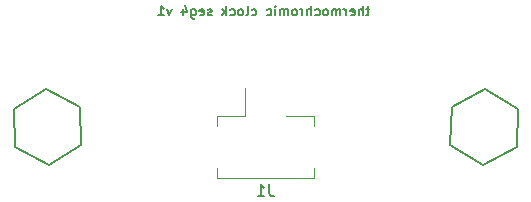
<source format=gbr>
G04 #@! TF.GenerationSoftware,KiCad,Pcbnew,(5.1.5)-3*
G04 #@! TF.CreationDate,2021-10-24T21:59:30+02:00*
G04 #@! TF.ProjectId,seg4,73656734-2e6b-4696-9361-645f70636258,1*
G04 #@! TF.SameCoordinates,Original*
G04 #@! TF.FileFunction,Legend,Bot*
G04 #@! TF.FilePolarity,Positive*
%FSLAX46Y46*%
G04 Gerber Fmt 4.6, Leading zero omitted, Abs format (unit mm)*
G04 Created by KiCad (PCBNEW (5.1.5)-3) date 2021-10-24 21:59:30*
%MOMM*%
%LPD*%
G04 APERTURE LIST*
%ADD10C,0.150000*%
%ADD11C,0.200000*%
%ADD12C,0.120000*%
%ADD13C,0.152400*%
%ADD14C,0.700000*%
G04 APERTURE END LIST*
D10*
X149306428Y-78949571D02*
X149001666Y-78949571D01*
X149192142Y-78682904D02*
X149192142Y-79368619D01*
X149154047Y-79444809D01*
X149077857Y-79482904D01*
X149001666Y-79482904D01*
X148735000Y-79482904D02*
X148735000Y-78682904D01*
X148392142Y-79482904D02*
X148392142Y-79063857D01*
X148430238Y-78987666D01*
X148506428Y-78949571D01*
X148620714Y-78949571D01*
X148696904Y-78987666D01*
X148735000Y-79025761D01*
X147706428Y-79444809D02*
X147782619Y-79482904D01*
X147935000Y-79482904D01*
X148011190Y-79444809D01*
X148049285Y-79368619D01*
X148049285Y-79063857D01*
X148011190Y-78987666D01*
X147935000Y-78949571D01*
X147782619Y-78949571D01*
X147706428Y-78987666D01*
X147668333Y-79063857D01*
X147668333Y-79140047D01*
X148049285Y-79216238D01*
X147325476Y-79482904D02*
X147325476Y-78949571D01*
X147325476Y-79101952D02*
X147287380Y-79025761D01*
X147249285Y-78987666D01*
X147173095Y-78949571D01*
X147096904Y-78949571D01*
X146830238Y-79482904D02*
X146830238Y-78949571D01*
X146830238Y-79025761D02*
X146792142Y-78987666D01*
X146715952Y-78949571D01*
X146601666Y-78949571D01*
X146525476Y-78987666D01*
X146487380Y-79063857D01*
X146487380Y-79482904D01*
X146487380Y-79063857D02*
X146449285Y-78987666D01*
X146373095Y-78949571D01*
X146258809Y-78949571D01*
X146182619Y-78987666D01*
X146144523Y-79063857D01*
X146144523Y-79482904D01*
X145649285Y-79482904D02*
X145725476Y-79444809D01*
X145763571Y-79406714D01*
X145801666Y-79330523D01*
X145801666Y-79101952D01*
X145763571Y-79025761D01*
X145725476Y-78987666D01*
X145649285Y-78949571D01*
X145535000Y-78949571D01*
X145458809Y-78987666D01*
X145420714Y-79025761D01*
X145382619Y-79101952D01*
X145382619Y-79330523D01*
X145420714Y-79406714D01*
X145458809Y-79444809D01*
X145535000Y-79482904D01*
X145649285Y-79482904D01*
X144696904Y-79444809D02*
X144773095Y-79482904D01*
X144925476Y-79482904D01*
X145001666Y-79444809D01*
X145039761Y-79406714D01*
X145077857Y-79330523D01*
X145077857Y-79101952D01*
X145039761Y-79025761D01*
X145001666Y-78987666D01*
X144925476Y-78949571D01*
X144773095Y-78949571D01*
X144696904Y-78987666D01*
X144354047Y-79482904D02*
X144354047Y-78682904D01*
X144011190Y-79482904D02*
X144011190Y-79063857D01*
X144049285Y-78987666D01*
X144125476Y-78949571D01*
X144239761Y-78949571D01*
X144315952Y-78987666D01*
X144354047Y-79025761D01*
X143630238Y-79482904D02*
X143630238Y-78949571D01*
X143630238Y-79101952D02*
X143592142Y-79025761D01*
X143554047Y-78987666D01*
X143477857Y-78949571D01*
X143401666Y-78949571D01*
X143020714Y-79482904D02*
X143096904Y-79444809D01*
X143135000Y-79406714D01*
X143173095Y-79330523D01*
X143173095Y-79101952D01*
X143135000Y-79025761D01*
X143096904Y-78987666D01*
X143020714Y-78949571D01*
X142906428Y-78949571D01*
X142830238Y-78987666D01*
X142792142Y-79025761D01*
X142754047Y-79101952D01*
X142754047Y-79330523D01*
X142792142Y-79406714D01*
X142830238Y-79444809D01*
X142906428Y-79482904D01*
X143020714Y-79482904D01*
X142411190Y-79482904D02*
X142411190Y-78949571D01*
X142411190Y-79025761D02*
X142373095Y-78987666D01*
X142296904Y-78949571D01*
X142182619Y-78949571D01*
X142106428Y-78987666D01*
X142068333Y-79063857D01*
X142068333Y-79482904D01*
X142068333Y-79063857D02*
X142030238Y-78987666D01*
X141954047Y-78949571D01*
X141839761Y-78949571D01*
X141763571Y-78987666D01*
X141725476Y-79063857D01*
X141725476Y-79482904D01*
X141344523Y-79482904D02*
X141344523Y-78949571D01*
X141344523Y-78682904D02*
X141382619Y-78721000D01*
X141344523Y-78759095D01*
X141306428Y-78721000D01*
X141344523Y-78682904D01*
X141344523Y-78759095D01*
X140620714Y-79444809D02*
X140696904Y-79482904D01*
X140849285Y-79482904D01*
X140925476Y-79444809D01*
X140963571Y-79406714D01*
X141001666Y-79330523D01*
X141001666Y-79101952D01*
X140963571Y-79025761D01*
X140925476Y-78987666D01*
X140849285Y-78949571D01*
X140696904Y-78949571D01*
X140620714Y-78987666D01*
X139325476Y-79444809D02*
X139401666Y-79482904D01*
X139554047Y-79482904D01*
X139630238Y-79444809D01*
X139668333Y-79406714D01*
X139706428Y-79330523D01*
X139706428Y-79101952D01*
X139668333Y-79025761D01*
X139630238Y-78987666D01*
X139554047Y-78949571D01*
X139401666Y-78949571D01*
X139325476Y-78987666D01*
X138868333Y-79482904D02*
X138944523Y-79444809D01*
X138982619Y-79368619D01*
X138982619Y-78682904D01*
X138449285Y-79482904D02*
X138525476Y-79444809D01*
X138563571Y-79406714D01*
X138601666Y-79330523D01*
X138601666Y-79101952D01*
X138563571Y-79025761D01*
X138525476Y-78987666D01*
X138449285Y-78949571D01*
X138335000Y-78949571D01*
X138258809Y-78987666D01*
X138220714Y-79025761D01*
X138182619Y-79101952D01*
X138182619Y-79330523D01*
X138220714Y-79406714D01*
X138258809Y-79444809D01*
X138335000Y-79482904D01*
X138449285Y-79482904D01*
X137496904Y-79444809D02*
X137573095Y-79482904D01*
X137725476Y-79482904D01*
X137801666Y-79444809D01*
X137839761Y-79406714D01*
X137877857Y-79330523D01*
X137877857Y-79101952D01*
X137839761Y-79025761D01*
X137801666Y-78987666D01*
X137725476Y-78949571D01*
X137573095Y-78949571D01*
X137496904Y-78987666D01*
X137154047Y-79482904D02*
X137154047Y-78682904D01*
X137077857Y-79178142D02*
X136849285Y-79482904D01*
X136849285Y-78949571D02*
X137154047Y-79254333D01*
X135935000Y-79444809D02*
X135858809Y-79482904D01*
X135706428Y-79482904D01*
X135630238Y-79444809D01*
X135592142Y-79368619D01*
X135592142Y-79330523D01*
X135630238Y-79254333D01*
X135706428Y-79216238D01*
X135820714Y-79216238D01*
X135896904Y-79178142D01*
X135935000Y-79101952D01*
X135935000Y-79063857D01*
X135896904Y-78987666D01*
X135820714Y-78949571D01*
X135706428Y-78949571D01*
X135630238Y-78987666D01*
X134944523Y-79444809D02*
X135020714Y-79482904D01*
X135173095Y-79482904D01*
X135249285Y-79444809D01*
X135287380Y-79368619D01*
X135287380Y-79063857D01*
X135249285Y-78987666D01*
X135173095Y-78949571D01*
X135020714Y-78949571D01*
X134944523Y-78987666D01*
X134906428Y-79063857D01*
X134906428Y-79140047D01*
X135287380Y-79216238D01*
X134220714Y-78949571D02*
X134220714Y-79597190D01*
X134258809Y-79673380D01*
X134296904Y-79711476D01*
X134373095Y-79749571D01*
X134487380Y-79749571D01*
X134563571Y-79711476D01*
X134220714Y-79444809D02*
X134296904Y-79482904D01*
X134449285Y-79482904D01*
X134525476Y-79444809D01*
X134563571Y-79406714D01*
X134601666Y-79330523D01*
X134601666Y-79101952D01*
X134563571Y-79025761D01*
X134525476Y-78987666D01*
X134449285Y-78949571D01*
X134296904Y-78949571D01*
X134220714Y-78987666D01*
X133496904Y-78949571D02*
X133496904Y-79482904D01*
X133687380Y-78644809D02*
X133877857Y-79216238D01*
X133382619Y-79216238D01*
X132544523Y-78949571D02*
X132354047Y-79482904D01*
X132163571Y-78949571D01*
X131439761Y-79482904D02*
X131896904Y-79482904D01*
X131668333Y-79482904D02*
X131668333Y-78682904D01*
X131744523Y-78797190D01*
X131820714Y-78873380D01*
X131896904Y-78911476D01*
D11*
X161756325Y-90654200D02*
X161859902Y-87422698D01*
X156262776Y-87243298D02*
X156159200Y-90474800D01*
X158905974Y-92180251D02*
X161756325Y-90654200D01*
X121941837Y-85717247D02*
X124792188Y-87243298D01*
X119195063Y-87422698D02*
X121941837Y-85717247D01*
X161859902Y-87422698D02*
X159113128Y-85717247D01*
X124895765Y-90474800D02*
X122148991Y-92180251D01*
X124792188Y-87243298D02*
X124895765Y-90474800D01*
X122148991Y-92180251D02*
X119298640Y-90654200D01*
X159113128Y-85717247D02*
X156262776Y-87243298D01*
X119298640Y-90654200D02*
X119195063Y-87422698D01*
X156159200Y-90474800D02*
X158905974Y-92180251D01*
D12*
X144585000Y-93260000D02*
X144585000Y-92410000D01*
X136415000Y-93260000D02*
X144585000Y-93260000D01*
X136415000Y-92410000D02*
X136415000Y-93260000D01*
X144585000Y-88040000D02*
X142260000Y-88040000D01*
X144585000Y-88890000D02*
X144585000Y-88040000D01*
X138740000Y-88040000D02*
X138740000Y-85650000D01*
X136415000Y-88040000D02*
X138740000Y-88040000D01*
X136415000Y-88890000D02*
X136415000Y-88040000D01*
D10*
X140833333Y-93802380D02*
X140833333Y-94516666D01*
X140880952Y-94659523D01*
X140976190Y-94754761D01*
X141119047Y-94802380D01*
X141214285Y-94802380D01*
X139833333Y-94802380D02*
X140404761Y-94802380D01*
X140119047Y-94802380D02*
X140119047Y-93802380D01*
X140214285Y-93945238D01*
X140309523Y-94040476D01*
X140404761Y-94088095D01*
%LPC*%
D13*
G36*
X144474504Y-89151204D02*
G01*
X144498773Y-89154804D01*
X144522571Y-89160765D01*
X144545671Y-89169030D01*
X144567849Y-89179520D01*
X144588893Y-89192133D01*
X144608598Y-89206747D01*
X144626777Y-89223223D01*
X144643253Y-89241402D01*
X144657867Y-89261107D01*
X144670480Y-89282151D01*
X144680970Y-89304329D01*
X144689235Y-89327429D01*
X144695196Y-89351227D01*
X144698796Y-89375496D01*
X144700000Y-89400000D01*
X144700000Y-91900000D01*
X144698796Y-91924504D01*
X144695196Y-91948773D01*
X144689235Y-91972571D01*
X144680970Y-91995671D01*
X144670480Y-92017849D01*
X144657867Y-92038893D01*
X144643253Y-92058598D01*
X144626777Y-92076777D01*
X144608598Y-92093253D01*
X144588893Y-92107867D01*
X144567849Y-92120480D01*
X144545671Y-92130970D01*
X144522571Y-92139235D01*
X144498773Y-92145196D01*
X144474504Y-92148796D01*
X144450000Y-92150000D01*
X143350000Y-92150000D01*
X143325496Y-92148796D01*
X143301227Y-92145196D01*
X143277429Y-92139235D01*
X143254329Y-92130970D01*
X143232151Y-92120480D01*
X143211107Y-92107867D01*
X143191402Y-92093253D01*
X143173223Y-92076777D01*
X143156747Y-92058598D01*
X143142133Y-92038893D01*
X143129520Y-92017849D01*
X143119030Y-91995671D01*
X143110765Y-91972571D01*
X143104804Y-91948773D01*
X143101204Y-91924504D01*
X143100000Y-91900000D01*
X143100000Y-89400000D01*
X143101204Y-89375496D01*
X143104804Y-89351227D01*
X143110765Y-89327429D01*
X143119030Y-89304329D01*
X143129520Y-89282151D01*
X143142133Y-89261107D01*
X143156747Y-89241402D01*
X143173223Y-89223223D01*
X143191402Y-89206747D01*
X143211107Y-89192133D01*
X143232151Y-89179520D01*
X143254329Y-89169030D01*
X143277429Y-89160765D01*
X143301227Y-89154804D01*
X143325496Y-89151204D01*
X143350000Y-89150000D01*
X144450000Y-89150000D01*
X144474504Y-89151204D01*
G37*
G36*
X137674504Y-89151204D02*
G01*
X137698773Y-89154804D01*
X137722571Y-89160765D01*
X137745671Y-89169030D01*
X137767849Y-89179520D01*
X137788893Y-89192133D01*
X137808598Y-89206747D01*
X137826777Y-89223223D01*
X137843253Y-89241402D01*
X137857867Y-89261107D01*
X137870480Y-89282151D01*
X137880970Y-89304329D01*
X137889235Y-89327429D01*
X137895196Y-89351227D01*
X137898796Y-89375496D01*
X137900000Y-89400000D01*
X137900000Y-91900000D01*
X137898796Y-91924504D01*
X137895196Y-91948773D01*
X137889235Y-91972571D01*
X137880970Y-91995671D01*
X137870480Y-92017849D01*
X137857867Y-92038893D01*
X137843253Y-92058598D01*
X137826777Y-92076777D01*
X137808598Y-92093253D01*
X137788893Y-92107867D01*
X137767849Y-92120480D01*
X137745671Y-92130970D01*
X137722571Y-92139235D01*
X137698773Y-92145196D01*
X137674504Y-92148796D01*
X137650000Y-92150000D01*
X136550000Y-92150000D01*
X136525496Y-92148796D01*
X136501227Y-92145196D01*
X136477429Y-92139235D01*
X136454329Y-92130970D01*
X136432151Y-92120480D01*
X136411107Y-92107867D01*
X136391402Y-92093253D01*
X136373223Y-92076777D01*
X136356747Y-92058598D01*
X136342133Y-92038893D01*
X136329520Y-92017849D01*
X136319030Y-91995671D01*
X136310765Y-91972571D01*
X136304804Y-91948773D01*
X136301204Y-91924504D01*
X136300000Y-91900000D01*
X136300000Y-89400000D01*
X136301204Y-89375496D01*
X136304804Y-89351227D01*
X136310765Y-89327429D01*
X136319030Y-89304329D01*
X136329520Y-89282151D01*
X136342133Y-89261107D01*
X136356747Y-89241402D01*
X136373223Y-89223223D01*
X136391402Y-89206747D01*
X136411107Y-89192133D01*
X136432151Y-89179520D01*
X136454329Y-89169030D01*
X136477429Y-89160765D01*
X136501227Y-89154804D01*
X136525496Y-89151204D01*
X136550000Y-89150000D01*
X137650000Y-89150000D01*
X137674504Y-89151204D01*
G37*
G36*
X141774504Y-85651204D02*
G01*
X141798773Y-85654804D01*
X141822571Y-85660765D01*
X141845671Y-85669030D01*
X141867849Y-85679520D01*
X141888893Y-85692133D01*
X141908598Y-85706747D01*
X141926777Y-85723223D01*
X141943253Y-85741402D01*
X141957867Y-85761107D01*
X141970480Y-85782151D01*
X141980970Y-85804329D01*
X141989235Y-85827429D01*
X141995196Y-85851227D01*
X141998796Y-85875496D01*
X142000000Y-85900000D01*
X142000000Y-90900000D01*
X141998796Y-90924504D01*
X141995196Y-90948773D01*
X141989235Y-90972571D01*
X141980970Y-90995671D01*
X141970480Y-91017849D01*
X141957867Y-91038893D01*
X141943253Y-91058598D01*
X141926777Y-91076777D01*
X141908598Y-91093253D01*
X141888893Y-91107867D01*
X141867849Y-91120480D01*
X141845671Y-91130970D01*
X141822571Y-91139235D01*
X141798773Y-91145196D01*
X141774504Y-91148796D01*
X141750000Y-91150000D01*
X141250000Y-91150000D01*
X141225496Y-91148796D01*
X141201227Y-91145196D01*
X141177429Y-91139235D01*
X141154329Y-91130970D01*
X141132151Y-91120480D01*
X141111107Y-91107867D01*
X141091402Y-91093253D01*
X141073223Y-91076777D01*
X141056747Y-91058598D01*
X141042133Y-91038893D01*
X141029520Y-91017849D01*
X141019030Y-90995671D01*
X141010765Y-90972571D01*
X141004804Y-90948773D01*
X141001204Y-90924504D01*
X141000000Y-90900000D01*
X141000000Y-85900000D01*
X141001204Y-85875496D01*
X141004804Y-85851227D01*
X141010765Y-85827429D01*
X141019030Y-85804329D01*
X141029520Y-85782151D01*
X141042133Y-85761107D01*
X141056747Y-85741402D01*
X141073223Y-85723223D01*
X141091402Y-85706747D01*
X141111107Y-85692133D01*
X141132151Y-85679520D01*
X141154329Y-85669030D01*
X141177429Y-85660765D01*
X141201227Y-85654804D01*
X141225496Y-85651204D01*
X141250000Y-85650000D01*
X141750000Y-85650000D01*
X141774504Y-85651204D01*
G37*
G36*
X139774504Y-85651204D02*
G01*
X139798773Y-85654804D01*
X139822571Y-85660765D01*
X139845671Y-85669030D01*
X139867849Y-85679520D01*
X139888893Y-85692133D01*
X139908598Y-85706747D01*
X139926777Y-85723223D01*
X139943253Y-85741402D01*
X139957867Y-85761107D01*
X139970480Y-85782151D01*
X139980970Y-85804329D01*
X139989235Y-85827429D01*
X139995196Y-85851227D01*
X139998796Y-85875496D01*
X140000000Y-85900000D01*
X140000000Y-90900000D01*
X139998796Y-90924504D01*
X139995196Y-90948773D01*
X139989235Y-90972571D01*
X139980970Y-90995671D01*
X139970480Y-91017849D01*
X139957867Y-91038893D01*
X139943253Y-91058598D01*
X139926777Y-91076777D01*
X139908598Y-91093253D01*
X139888893Y-91107867D01*
X139867849Y-91120480D01*
X139845671Y-91130970D01*
X139822571Y-91139235D01*
X139798773Y-91145196D01*
X139774504Y-91148796D01*
X139750000Y-91150000D01*
X139250000Y-91150000D01*
X139225496Y-91148796D01*
X139201227Y-91145196D01*
X139177429Y-91139235D01*
X139154329Y-91130970D01*
X139132151Y-91120480D01*
X139111107Y-91107867D01*
X139091402Y-91093253D01*
X139073223Y-91076777D01*
X139056747Y-91058598D01*
X139042133Y-91038893D01*
X139029520Y-91017849D01*
X139019030Y-90995671D01*
X139010765Y-90972571D01*
X139004804Y-90948773D01*
X139001204Y-90924504D01*
X139000000Y-90900000D01*
X139000000Y-85900000D01*
X139001204Y-85875496D01*
X139004804Y-85851227D01*
X139010765Y-85827429D01*
X139019030Y-85804329D01*
X139029520Y-85782151D01*
X139042133Y-85761107D01*
X139056747Y-85741402D01*
X139073223Y-85723223D01*
X139091402Y-85706747D01*
X139111107Y-85692133D01*
X139132151Y-85679520D01*
X139154329Y-85669030D01*
X139177429Y-85660765D01*
X139201227Y-85654804D01*
X139225496Y-85651204D01*
X139250000Y-85650000D01*
X139750000Y-85650000D01*
X139774504Y-85651204D01*
G37*
D14*
X167855555Y-88895998D03*
X113199407Y-88895998D03*
M02*

</source>
